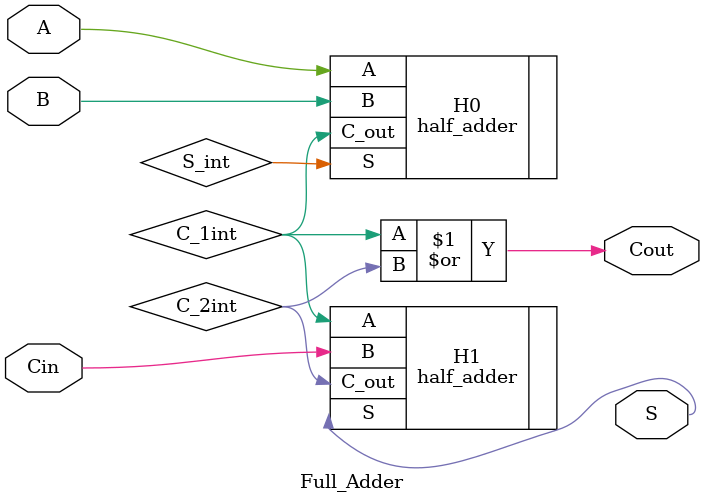
<source format=sv>
`timescale 1ns / 1ps


module Full_Adder(
	input A,
	input B,
	input  Cin,
	output S,
	output  Cout
	);
    
    // logical approach
//	assign S = ~Cout & (A | B | Cin) | (A & B & Cin);
//	assign Cout = (A & Cin) | (B & Cin) | (A & B);

    logic S_int, C_1int, C_2int;
    
    // structural approach
    half_adder H0(
        .A(A),
        .B(B),
        .C_out(C_1int), 
        .S(S_int));
    
    half_adder H1(
        .A(C_1int),
        .B(Cin),
        .S(S),
        .C_out(C_2int));
        
    or #0 (Cout, C_1int, C_2int);
	
endmodule


</source>
